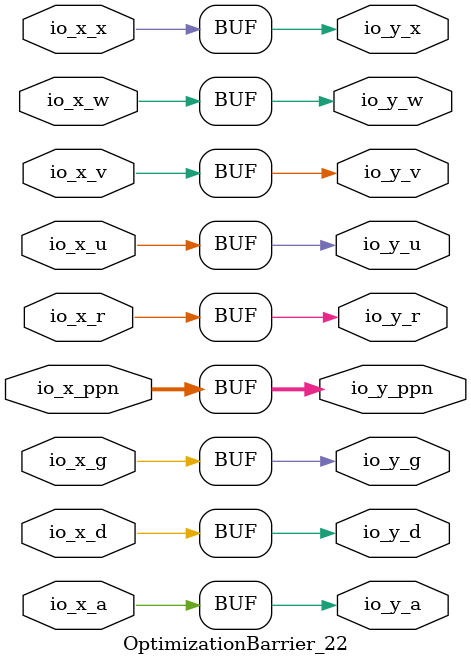
<source format=sv>
`ifndef RANDOMIZE
  `ifdef RANDOMIZE_MEM_INIT
    `define RANDOMIZE
  `endif // RANDOMIZE_MEM_INIT
`endif // not def RANDOMIZE
`ifndef RANDOMIZE
  `ifdef RANDOMIZE_REG_INIT
    `define RANDOMIZE
  `endif // RANDOMIZE_REG_INIT
`endif // not def RANDOMIZE

`ifndef RANDOM
  `define RANDOM $random
`endif // not def RANDOM

// Users can define INIT_RANDOM as general code that gets injected into the
// initializer block for modules with registers.
`ifndef INIT_RANDOM
  `define INIT_RANDOM
`endif // not def INIT_RANDOM

// If using random initialization, you can also define RANDOMIZE_DELAY to
// customize the delay used, otherwise 0.002 is used.
`ifndef RANDOMIZE_DELAY
  `define RANDOMIZE_DELAY 0.002
`endif // not def RANDOMIZE_DELAY

// Define INIT_RANDOM_PROLOG_ for use in our modules below.
`ifndef INIT_RANDOM_PROLOG_
  `ifdef RANDOMIZE
    `ifdef VERILATOR
      `define INIT_RANDOM_PROLOG_ `INIT_RANDOM
    `else  // VERILATOR
      `define INIT_RANDOM_PROLOG_ `INIT_RANDOM #`RANDOMIZE_DELAY begin end
    `endif // VERILATOR
  `else  // RANDOMIZE
    `define INIT_RANDOM_PROLOG_
  `endif // RANDOMIZE
`endif // not def INIT_RANDOM_PROLOG_

// Include register initializers in init blocks unless synthesis is set
`ifndef SYNTHESIS
  `ifndef ENABLE_INITIAL_REG_
    `define ENABLE_INITIAL_REG_
  `endif // not def ENABLE_INITIAL_REG_
`endif // not def SYNTHESIS

// Include rmemory initializers in init blocks unless synthesis is set
`ifndef SYNTHESIS
  `ifndef ENABLE_INITIAL_MEM_
    `define ENABLE_INITIAL_MEM_
  `endif // not def ENABLE_INITIAL_MEM_
`endif // not def SYNTHESIS

// Standard header to adapt well known macros for prints and assertions.

// Users can define 'PRINTF_COND' to add an extra gate to prints.
`ifndef PRINTF_COND_
  `ifdef PRINTF_COND
    `define PRINTF_COND_ (`PRINTF_COND)
  `else  // PRINTF_COND
    `define PRINTF_COND_ 1
  `endif // PRINTF_COND
`endif // not def PRINTF_COND_

// Users can define 'ASSERT_VERBOSE_COND' to add an extra gate to assert error printing.
`ifndef ASSERT_VERBOSE_COND_
  `ifdef ASSERT_VERBOSE_COND
    `define ASSERT_VERBOSE_COND_ (`ASSERT_VERBOSE_COND)
  `else  // ASSERT_VERBOSE_COND
    `define ASSERT_VERBOSE_COND_ 1
  `endif // ASSERT_VERBOSE_COND
`endif // not def ASSERT_VERBOSE_COND_

// Users can define 'STOP_COND' to add an extra gate to stop conditions.
`ifndef STOP_COND_
  `ifdef STOP_COND
    `define STOP_COND_ (`STOP_COND)
  `else  // STOP_COND
    `define STOP_COND_ 1
  `endif // STOP_COND
`endif // not def STOP_COND_

module OptimizationBarrier_22(
  input  [43:0] io_x_ppn,	// @[generators/rocket-chip/src/main/scala/util/package.scala:260:18]
  input         io_x_d,	// @[generators/rocket-chip/src/main/scala/util/package.scala:260:18]
                io_x_a,	// @[generators/rocket-chip/src/main/scala/util/package.scala:260:18]
                io_x_g,	// @[generators/rocket-chip/src/main/scala/util/package.scala:260:18]
                io_x_u,	// @[generators/rocket-chip/src/main/scala/util/package.scala:260:18]
                io_x_x,	// @[generators/rocket-chip/src/main/scala/util/package.scala:260:18]
                io_x_w,	// @[generators/rocket-chip/src/main/scala/util/package.scala:260:18]
                io_x_r,	// @[generators/rocket-chip/src/main/scala/util/package.scala:260:18]
                io_x_v,	// @[generators/rocket-chip/src/main/scala/util/package.scala:260:18]
  output [43:0] io_y_ppn,	// @[generators/rocket-chip/src/main/scala/util/package.scala:260:18]
  output        io_y_d,	// @[generators/rocket-chip/src/main/scala/util/package.scala:260:18]
                io_y_a,	// @[generators/rocket-chip/src/main/scala/util/package.scala:260:18]
                io_y_g,	// @[generators/rocket-chip/src/main/scala/util/package.scala:260:18]
                io_y_u,	// @[generators/rocket-chip/src/main/scala/util/package.scala:260:18]
                io_y_x,	// @[generators/rocket-chip/src/main/scala/util/package.scala:260:18]
                io_y_w,	// @[generators/rocket-chip/src/main/scala/util/package.scala:260:18]
                io_y_r,	// @[generators/rocket-chip/src/main/scala/util/package.scala:260:18]
                io_y_v	// @[generators/rocket-chip/src/main/scala/util/package.scala:260:18]
);

  assign io_y_ppn = io_x_ppn;
  assign io_y_d = io_x_d;
  assign io_y_a = io_x_a;
  assign io_y_g = io_x_g;
  assign io_y_u = io_x_u;
  assign io_y_x = io_x_x;
  assign io_y_w = io_x_w;
  assign io_y_r = io_x_r;
  assign io_y_v = io_x_v;
endmodule


</source>
